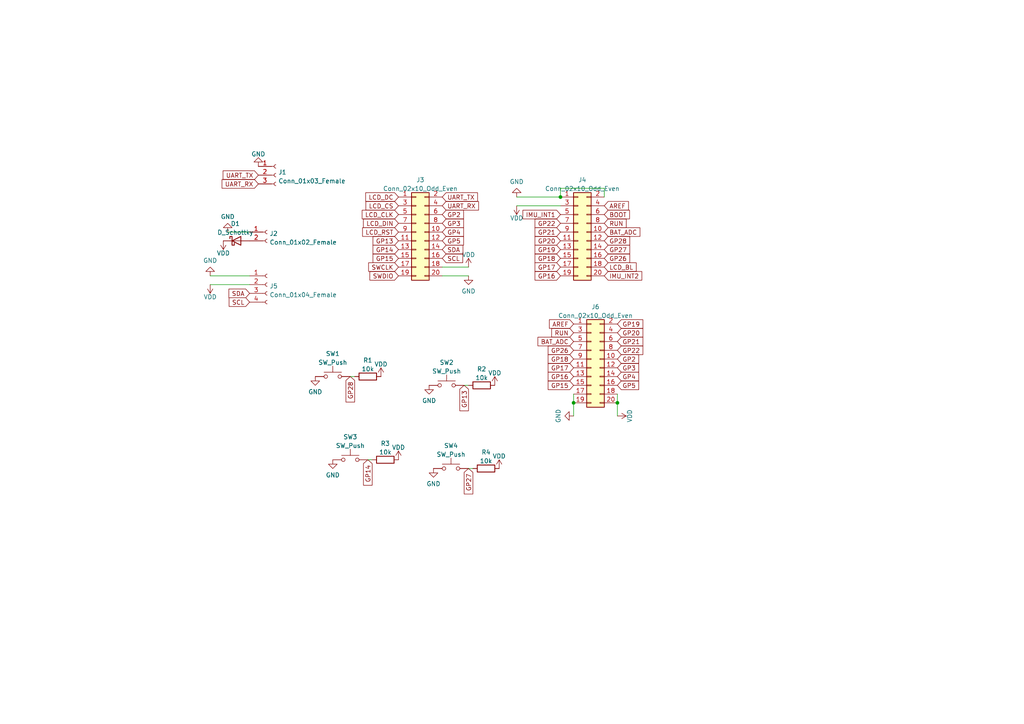
<source format=kicad_sch>
(kicad_sch (version 20211123) (generator eeschema)
  (paper "A4")
  (lib_symbols
    (symbol "Connector:Conn_01x02_Female" (pin_names (offset 1.016) hide)
      (property "Reference" "J" (at 0 2.54 0))
      (property "Value" "Conn_01x02_Female" (at 0 -5.08 0))
      (symbol "Conn_01x02_Female_1_1"
        (arc (start 0 -2.032) (mid -0.508 -2.54) (end 0 -3.048) (stroke (width 0.1524)))
        (polyline (pts (xy -1.27 -2.54) (xy -0.508 -2.54)) (stroke (width 0.1524)))
        (polyline (pts (xy -1.27 0) (xy -0.508 0)) (stroke (width 0.1524)))
        (arc (start 0 0.508) (mid -0.508 0) (end 0 -0.508) (stroke (width 0.1524)))
        (pin passive line (at -5.08 0 0) (length 3.81) (name "Pin_1") (number "1"))
        (pin passive line (at -5.08 -2.54 0) (length 3.81) (name "Pin_2") (number "2"))
      )
    )
    (symbol "Connector:Conn_01x03_Female" (pin_names (offset 1.016) hide)
      (property "Reference" "J" (at 0 5.08 0))
      (property "Value" "Conn_01x03_Female" (at 0 -5.08 0))
      (symbol "Conn_01x03_Female_1_1"
        (arc (start 0 -2.032) (mid -0.508 -2.54) (end 0 -3.048) (stroke (width 0.1524)))
        (polyline (pts (xy -1.27 -2.54) (xy -0.508 -2.54)) (stroke (width 0.1524)))
        (polyline (pts (xy -1.27 0) (xy -0.508 0)) (stroke (width 0.1524)))
        (polyline (pts (xy -1.27 2.54) (xy -0.508 2.54)) (stroke (width 0.1524)))
        (arc (start 0 0.508) (mid -0.508 0) (end 0 -0.508) (stroke (width 0.1524)))
        (arc (start 0 3.048) (mid -0.508 2.54) (end 0 2.032) (stroke (width 0.1524)))
        (pin passive line (at -5.08 2.54 0) (length 3.81) (name "Pin_1") (number "1"))
        (pin passive line (at -5.08 0 0) (length 3.81) (name "Pin_2") (number "2"))
        (pin passive line (at -5.08 -2.54 0) (length 3.81) (name "Pin_3") (number "3"))
      )
    )
    (symbol "Connector:Conn_01x04_Female" (pin_names (offset 1.016) hide)
      (property "Reference" "J" (at 0 5.08 0))
      (property "Value" "Conn_01x04_Female" (at 0 -7.62 0))
      (symbol "Conn_01x04_Female_1_1"
        (arc (start 0 -4.572) (mid -0.508 -5.08) (end 0 -5.588) (stroke (width 0.1524)))
        (arc (start 0 -2.032) (mid -0.508 -2.54) (end 0 -3.048) (stroke (width 0.1524)))
        (polyline (pts (xy -1.27 -5.08) (xy -0.508 -5.08)) (stroke (width 0.1524)))
        (polyline (pts (xy -1.27 -2.54) (xy -0.508 -2.54)) (stroke (width 0.1524)))
        (polyline (pts (xy -1.27 0) (xy -0.508 0)) (stroke (width 0.1524)))
        (polyline (pts (xy -1.27 2.54) (xy -0.508 2.54)) (stroke (width 0.1524)))
        (arc (start 0 0.508) (mid -0.508 0) (end 0 -0.508) (stroke (width 0.1524)))
        (arc (start 0 3.048) (mid -0.508 2.54) (end 0 2.032) (stroke (width 0.1524)))
        (pin passive line (at -5.08 2.54 0) (length 3.81) (name "Pin_1") (number "1"))
        (pin passive line (at -5.08 0 0) (length 3.81) (name "Pin_2") (number "2"))
        (pin passive line (at -5.08 -2.54 0) (length 3.81) (name "Pin_3") (number "3"))
        (pin passive line (at -5.08 -5.08 0) (length 3.81) (name "Pin_4") (number "4"))
      )
    )
    (symbol "Connector_Generic:Conn_02x10_Odd_Even" (pin_names (offset 1.016) hide)
      (property "Reference" "J" (at 1.27 12.7 0))
      (property "Value" "Conn_02x10_Odd_Even" (at 1.27 -15.24 0))
      (symbol "Conn_02x10_Odd_Even_1_1"
        (rectangle (start -1.27 -12.573) (end 0 -12.827) (stroke (width 0.1524)))
        (rectangle (start -1.27 -10.033) (end 0 -10.287) (stroke (width 0.1524)))
        (rectangle (start -1.27 -7.493) (end 0 -7.747) (stroke (width 0.1524)))
        (rectangle (start -1.27 -4.953) (end 0 -5.207) (stroke (width 0.1524)))
        (rectangle (start -1.27 -2.413) (end 0 -2.667) (stroke (width 0.1524)))
        (rectangle (start -1.27 0.127) (end 0 -0.127) (stroke (width 0.1524)))
        (rectangle (start -1.27 2.667) (end 0 2.413) (stroke (width 0.1524)))
        (rectangle (start -1.27 5.207) (end 0 4.953) (stroke (width 0.1524)))
        (rectangle (start -1.27 7.747) (end 0 7.493) (stroke (width 0.1524)))
        (rectangle (start -1.27 10.287) (end 0 10.033) (stroke (width 0.1524)))
        (rectangle (start -1.27 11.43) (end 3.81 -13.97) (stroke (width 0.254)) (fill (type background)))
        (rectangle (start 3.81 -12.573) (end 2.54 -12.827) (stroke (width 0.1524)))
        (rectangle (start 3.81 -10.033) (end 2.54 -10.287) (stroke (width 0.1524)))
        (rectangle (start 3.81 -7.493) (end 2.54 -7.747) (stroke (width 0.1524)))
        (rectangle (start 3.81 -4.953) (end 2.54 -5.207) (stroke (width 0.1524)))
        (rectangle (start 3.81 -2.413) (end 2.54 -2.667) (stroke (width 0.1524)))
        (rectangle (start 3.81 0.127) (end 2.54 -0.127) (stroke (width 0.1524)))
        (rectangle (start 3.81 2.667) (end 2.54 2.413) (stroke (width 0.1524)))
        (rectangle (start 3.81 5.207) (end 2.54 4.953) (stroke (width 0.1524)))
        (rectangle (start 3.81 7.747) (end 2.54 7.493) (stroke (width 0.1524)))
        (rectangle (start 3.81 10.287) (end 2.54 10.033) (stroke (width 0.1524)))
        (pin passive line (at -5.08 10.16 0) (length 3.81) (name "Pin_1") (number "1"))
        (pin passive line (at 7.62 0 180) (length 3.81) (name "Pin_10") (number "10"))
        (pin passive line (at -5.08 -2.54 0) (length 3.81) (name "Pin_11") (number "11"))
        (pin passive line (at 7.62 -2.54 180) (length 3.81) (name "Pin_12") (number "12"))
        (pin passive line (at -5.08 -5.08 0) (length 3.81) (name "Pin_13") (number "13"))
        (pin passive line (at 7.62 -5.08 180) (length 3.81) (name "Pin_14") (number "14"))
        (pin passive line (at -5.08 -7.62 0) (length 3.81) (name "Pin_15") (number "15"))
        (pin passive line (at 7.62 -7.62 180) (length 3.81) (name "Pin_16") (number "16"))
        (pin passive line (at -5.08 -10.16 0) (length 3.81) (name "Pin_17") (number "17"))
        (pin passive line (at 7.62 -10.16 180) (length 3.81) (name "Pin_18") (number "18"))
        (pin passive line (at -5.08 -12.7 0) (length 3.81) (name "Pin_19") (number "19"))
        (pin passive line (at 7.62 10.16 180) (length 3.81) (name "Pin_2") (number "2"))
        (pin passive line (at 7.62 -12.7 180) (length 3.81) (name "Pin_20") (number "20"))
        (pin passive line (at -5.08 7.62 0) (length 3.81) (name "Pin_3") (number "3"))
        (pin passive line (at 7.62 7.62 180) (length 3.81) (name "Pin_4") (number "4"))
        (pin passive line (at -5.08 5.08 0) (length 3.81) (name "Pin_5") (number "5"))
        (pin passive line (at 7.62 5.08 180) (length 3.81) (name "Pin_6") (number "6"))
        (pin passive line (at -5.08 2.54 0) (length 3.81) (name "Pin_7") (number "7"))
        (pin passive line (at 7.62 2.54 180) (length 3.81) (name "Pin_8") (number "8"))
        (pin passive line (at -5.08 0 0) (length 3.81) (name "Pin_9") (number "9"))
      )
    )
    (symbol "Device:D_Schottky" (pin_numbers hide) (pin_names (offset 1.016) hide)
      (property "Reference" "D" (at 0 2.54 0))
      (property "Value" "D_Schottky" (at 0 -2.54 0))
      (symbol "D_Schottky_0_1"
        (polyline (pts (xy 1.27 0) (xy -1.27 0)))
        (polyline (pts (xy 1.27 1.27) (xy 1.27 -1.27) (xy -1.27 0) (xy 1.27 1.27)) (stroke (width 0.254)))
        (polyline (pts (xy -1.905 0.635) (xy -1.905 1.27) (xy -1.27 1.27) (xy -1.27 -1.27) (xy -0.635 -1.27) (xy -0.635 -0.635)) (stroke (width 0.254)))
      )
      (symbol "D_Schottky_1_1"
        (pin passive line (at -3.81 0 0) (length 2.54) (name "K") (number "1"))
        (pin passive line (at 3.81 0 180) (length 2.54) (name "A") (number "2"))
      )
    )
    (symbol "Device:R" (pin_numbers hide) (pin_names (offset 0))
      (property "Reference" "R" (at 2.032 0 90))
      (property "Value" "R" (at 0 0 90))
      (symbol "R_0_1"
        (rectangle (start -1.016 -2.54) (end 1.016 2.54) (stroke (width 0.254)))
      )
      (symbol "R_1_1"
        (pin passive line (at 0 3.81 270) (length 1.27) (name "~") (number "1"))
        (pin passive line (at 0 -3.81 90) (length 1.27) (name "~") (number "2"))
      )
    )
    (symbol "Switch:SW_Push" (pin_numbers hide) (pin_names (offset 1.016) hide)
      (property "Reference" "SW" (at 1.27 2.54 0))
      (property "Value" "SW_Push" (at 0 -1.524 0))
      (symbol "SW_Push_0_1"
        (circle (center -2.032 0) (radius 0.508))
        (polyline (pts (xy 0 1.27) (xy 0 3.048)))
        (polyline (pts (xy 2.54 1.27) (xy -2.54 1.27)))
        (circle (center 2.032 0) (radius 0.508))
        (pin passive line (at -5.08 0 0) (length 2.54) (name "1") (number "1"))
        (pin passive line (at 5.08 0 180) (length 2.54) (name "2") (number "2"))
      )
    )
    (symbol "power:GND" (power) (pin_names (offset 0))
      (property "Value" "GND" (at 0 -3.81 0))
      (symbol "GND_0_1"
        (polyline (pts (xy 0 0) (xy 0 -1.27) (xy 1.27 -1.27) (xy 0 -2.54) (xy -1.27 -1.27) (xy 0 -1.27)))
      )
      (symbol "GND_1_1"
        (pin power_in line (at 0 0 270) (length 0) hide (name "GND") (number "1"))
      )
    )
    (symbol "power:VDD" (power) (pin_names (offset 0))
      (property "Value" "VDD" (at 0 3.81 0))
      (symbol "VDD_0_1"
        (polyline (pts (xy -0.762 1.27) (xy 0 2.54)))
        (polyline (pts (xy 0 0) (xy 0 2.54)))
        (polyline (pts (xy 0 2.54) (xy 0.762 1.27)))
      )
      (symbol "VDD_1_1"
        (pin power_in line (at 0 0 90) (length 0) hide (name "VDD") (number "1"))
      )
    )
  )
  (junction (at 179.07 116.84))
  (junction (at 166.37 116.84))
  (junction (at 162.56 57.15))
  (wire (pts (xy 149.86 57.15) (xy 162.56 57.15)))
  (wire (pts (xy 102.87 109.22) (xy 101.6 109.22)))
  (wire (pts (xy 60.96 82.55) (xy 72.39 82.55)))
  (wire (pts (xy 166.37 116.84) (xy 166.37 120.65)))
  (wire (pts (xy 149.86 59.69) (xy 162.56 59.69)))
  (wire (pts (xy 128.27 80.01) (xy 135.89 80.01)))
  (wire (pts (xy 137.16 135.89) (xy 135.89 135.89)))
  (wire (pts (xy 107.95 133.35) (xy 106.68 133.35)))
  (wire (pts (xy 162.56 54.61) (xy 175.26 54.61)))
  (wire (pts (xy 162.56 57.15) (xy 162.56 54.61)))
  (wire (pts (xy 175.26 54.61) (xy 175.26 57.15)))
  (wire (pts (xy 66.04 67.31) (xy 72.39 67.31)))
  (wire (pts (xy 60.96 80.01) (xy 72.39 80.01)))
  (wire (pts (xy 179.07 116.84) (xy 179.07 120.65)))
  (wire (pts (xy 166.37 114.3) (xy 166.37 116.84)))
  (wire (pts (xy 128.27 77.47) (xy 135.89 77.47)))
  (wire (pts (xy 135.89 111.76) (xy 134.62 111.76)))
  (wire (pts (xy 179.07 114.3) (xy 179.07 116.84)))
  (global_label "GP27" (shape input) (at 135.89 135.89 270) (property "Intersheet References" "${INTERSHEET_REFS}" (effects hide)))
  (global_label "GP26" (shape input) (at 166.37 101.6 180) (property "Intersheet References" "${INTERSHEET_REFS}" (effects hide)))
  (global_label "GP2" (shape input) (at 179.07 104.14 0) (property "Intersheet References" "${INTERSHEET_REFS}" (effects hide)))
  (global_label "GP14" (shape input) (at 106.68 133.35 270) (property "Intersheet References" "${INTERSHEET_REFS}" (effects hide)))
  (global_label "LCD_RST" (shape input) (at 115.57 67.31 180) (property "Intersheet References" "${INTERSHEET_REFS}" (effects hide)))
  (global_label "GP22" (shape input) (at 162.56 64.77 180) (property "Intersheet References" "${INTERSHEET_REFS}" (effects hide)))
  (global_label "GP17" (shape input) (at 166.37 106.68 180) (property "Intersheet References" "${INTERSHEET_REFS}" (effects hide)))
  (global_label "SWDIO" (shape input) (at 115.57 80.01 180) (property "Intersheet References" "${INTERSHEET_REFS}" (effects hide)))
  (global_label "LCD_CS" (shape input) (at 115.57 59.69 180) (property "Intersheet References" "${INTERSHEET_REFS}" (effects hide)))
  (global_label "SDA" (shape input) (at 128.27 72.39 0) (property "Intersheet References" "${INTERSHEET_REFS}" (effects hide)))
  (global_label "RUN" (shape input) (at 175.26 64.77 0) (property "Intersheet References" "${INTERSHEET_REFS}" (effects hide)))
  (global_label "LCD_BL" (shape input) (at 175.26 77.47 0) (property "Intersheet References" "${INTERSHEET_REFS}" (effects hide)))
  (global_label "GP17" (shape input) (at 162.56 77.47 180) (property "Intersheet References" "${INTERSHEET_REFS}" (effects hide)))
  (global_label "GP4" (shape input) (at 128.27 67.31 0) (property "Intersheet References" "${INTERSHEET_REFS}" (effects hide)))
  (global_label "GP16" (shape input) (at 162.56 80.01 180) (property "Intersheet References" "${INTERSHEET_REFS}" (effects hide)))
  (global_label "GP22" (shape input) (at 179.07 101.6 0) (property "Intersheet References" "${INTERSHEET_REFS}" (effects hide)))
  (global_label "GP16" (shape input) (at 166.37 109.22 180) (property "Intersheet References" "${INTERSHEET_REFS}" (effects hide)))
  (global_label "GP4" (shape input) (at 179.07 109.22 0) (property "Intersheet References" "${INTERSHEET_REFS}" (effects hide)))
  (global_label "GP3" (shape input) (at 128.27 64.77 0) (property "Intersheet References" "${INTERSHEET_REFS}" (effects hide)))
  (global_label "GP13" (shape input) (at 134.62 111.76 270) (property "Intersheet References" "${INTERSHEET_REFS}" (effects hide)))
  (global_label "GP5" (shape input) (at 128.27 69.85 0) (property "Intersheet References" "${INTERSHEET_REFS}" (effects hide)))
  (global_label "AREF" (shape input) (at 175.26 59.69 0) (property "Intersheet References" "${INTERSHEET_REFS}" (effects hide)))
  (global_label "BAT_ADC" (shape input) (at 175.26 67.31 0) (property "Intersheet References" "${INTERSHEET_REFS}" (effects hide)))
  (global_label "GP2" (shape input) (at 128.27 62.23 0) (property "Intersheet References" "${INTERSHEET_REFS}" (effects hide)))
  (global_label "GP3" (shape input) (at 179.07 106.68 0) (property "Intersheet References" "${INTERSHEET_REFS}" (effects hide)))
  (global_label "GP26" (shape input) (at 175.26 74.93 0) (property "Intersheet References" "${INTERSHEET_REFS}" (effects hide)))
  (global_label "LCD_DC" (shape input) (at 115.57 57.15 180) (property "Intersheet References" "${INTERSHEET_REFS}" (effects hide)))
  (global_label "GP20" (shape input) (at 179.07 96.52 0) (property "Intersheet References" "${INTERSHEET_REFS}" (effects hide)))
  (global_label "BAT_ADC" (shape input) (at 166.37 99.06 180) (property "Intersheet References" "${INTERSHEET_REFS}" (effects hide)))
  (global_label "GP15" (shape input) (at 166.37 111.76 180) (property "Intersheet References" "${INTERSHEET_REFS}" (effects hide)))
  (global_label "SWCLK" (shape input) (at 115.57 77.47 180) (property "Intersheet References" "${INTERSHEET_REFS}" (effects hide)))
  (global_label "GP13" (shape input) (at 115.57 69.85 180) (property "Intersheet References" "${INTERSHEET_REFS}" (effects hide)))
  (global_label "UART_RX" (shape input) (at 74.93 53.34 180) (property "Intersheet References" "${INTERSHEET_REFS}" (effects hide)))
  (global_label "GP21" (shape input) (at 179.07 99.06 0) (property "Intersheet References" "${INTERSHEET_REFS}" (effects hide)))
  (global_label "GP19" (shape input) (at 162.56 72.39 180) (property "Intersheet References" "${INTERSHEET_REFS}" (effects hide)))
  (global_label "GP28" (shape input) (at 101.6 109.22 270) (property "Intersheet References" "${INTERSHEET_REFS}" (effects hide)))
  (global_label "BOOT" (shape input) (at 175.26 62.23 0) (property "Intersheet References" "${INTERSHEET_REFS}" (effects hide)))
  (global_label "GP14" (shape input) (at 115.57 72.39 180) (property "Intersheet References" "${INTERSHEET_REFS}" (effects hide)))
  (global_label "GP5" (shape input) (at 179.07 111.76 0) (property "Intersheet References" "${INTERSHEET_REFS}" (effects hide)))
  (global_label "GP19" (shape input) (at 179.07 93.98 0) (property "Intersheet References" "${INTERSHEET_REFS}" (effects hide)))
  (global_label "GP21" (shape input) (at 162.56 67.31 180) (property "Intersheet References" "${INTERSHEET_REFS}" (effects hide)))
  (global_label "SCL" (shape input) (at 128.27 74.93 0) (property "Intersheet References" "${INTERSHEET_REFS}" (effects hide)))
  (global_label "GP28" (shape input) (at 175.26 69.85 0) (property "Intersheet References" "${INTERSHEET_REFS}" (effects hide)))
  (global_label "SDA" (shape input) (at 72.39 85.09 180) (property "Intersheet References" "${INTERSHEET_REFS}" (effects hide)))
  (global_label "GP15" (shape input) (at 115.57 74.93 180) (property "Intersheet References" "${INTERSHEET_REFS}" (effects hide)))
  (global_label "UART_RX" (shape input) (at 128.27 59.69 0) (property "Intersheet References" "${INTERSHEET_REFS}" (effects hide)))
  (global_label "GP18" (shape input) (at 162.56 74.93 180) (property "Intersheet References" "${INTERSHEET_REFS}" (effects hide)))
  (global_label "AREF" (shape input) (at 166.37 93.98 180) (property "Intersheet References" "${INTERSHEET_REFS}" (effects hide)))
  (global_label "IMU_INT2" (shape input) (at 175.26 80.01 0) (property "Intersheet References" "${INTERSHEET_REFS}" (effects hide)))
  (global_label "GP18" (shape input) (at 166.37 104.14 180) (property "Intersheet References" "${INTERSHEET_REFS}" (effects hide)))
  (global_label "UART_TX" (shape input) (at 128.27 57.15 0) (property "Intersheet References" "${INTERSHEET_REFS}" (effects hide)))
  (global_label "LCD_DIN" (shape input) (at 115.57 64.77 180) (property "Intersheet References" "${INTERSHEET_REFS}" (effects hide)))
  (global_label "RUN" (shape input) (at 166.37 96.52 180) (property "Intersheet References" "${INTERSHEET_REFS}" (effects hide)))
  (global_label "UART_TX" (shape input) (at 74.93 50.8 180) (property "Intersheet References" "${INTERSHEET_REFS}" (effects hide)))
  (global_label "GP27" (shape input) (at 175.26 72.39 0) (property "Intersheet References" "${INTERSHEET_REFS}" (effects hide)))
  (global_label "LCD_CLK" (shape input) (at 115.57 62.23 180) (property "Intersheet References" "${INTERSHEET_REFS}" (effects hide)))
  (global_label "SCL" (shape input) (at 72.39 87.63 180) (property "Intersheet References" "${INTERSHEET_REFS}" (effects hide)))
  (global_label "IMU_INT1" (shape input) (at 162.56 62.23 180) (property "Intersheet References" "${INTERSHEET_REFS}" (effects hide)))
  (global_label "GP20" (shape input) (at 162.56 69.85 180) (property "Intersheet References" "${INTERSHEET_REFS}" (effects hide)))
  (symbol (lib_id "Connector_Generic:Conn_02x10_Odd_Even") (at 120.65 67.31 0) (unit 1)
    (property "Reference" "J3" (at 121.92 52.1802 0))
    (property "Value" "Conn_02x10_Odd_Even" (at 121.92 54.7171 0))
    (property "Footprint" "Connector_PinHeader_1.27mm:PinHeader_2x10_P1.27mm_Vertical" (effects hide))
  )
  (symbol (lib_id "power:VDD") (at 115.57 133.35 0) (unit 1)
    (property "Reference" "#PWR0114" (effects hide))
    (property "Value" "VDD" (at 115.57 129.7742 0))
  )
  (symbol (lib_id "power:VDD") (at 110.49 109.22 0) (unit 1)
    (property "Reference" "#PWR0112" (effects hide))
    (property "Value" "VDD" (at 110.49 105.6442 0))
  )
  (symbol (lib_id "power:GND") (at 60.96 80.01 180) (unit 1)
    (property "Reference" "#PWR0107" (effects hide))
    (property "Value" "GND" (at 60.96 75.5666 0))
  )
  (symbol (lib_id "power:GND") (at 149.86 57.15 180) (unit 1)
    (property "Reference" "#PWR0108" (effects hide))
    (property "Value" "GND" (at 149.86 52.7066 0))
  )
  (symbol (lib_id "Device:R") (at 140.97 135.89 270) (unit 1)
    (property "Reference" "R4" (at 140.97 131.1742 90))
    (property "Value" "10k" (at 140.97 133.7111 90))
    (property "Footprint" "Resistor_THT:R_Axial_DIN0411_L9.9mm_D3.6mm_P12.70mm_Horizontal" (effects hide))
  )
  (symbol (lib_id "Switch:SW_Push") (at 96.52 109.22 0) (unit 1)
    (property "Reference" "SW1" (at 96.52 102.5992 0))
    (property "Value" "SW_Push" (at 96.52 105.1361 0))
    (property "Footprint" "Button_Switch_THT:SW_PUSH_6mm" (effects hide))
  )
  (symbol (lib_id "Connector:Conn_01x03_Female") (at 80.01 50.8 0) (unit 1)
    (property "Reference" "J1" (at 80.7212 49.9653 0) (effects (justify left)))
    (property "Value" "Conn_01x03_Female" (at 80.7212 52.5022 0) (effects (justify left)))
    (property "Footprint" "Connector_PinHeader_2.54mm:PinHeader_1x03_P2.54mm_Vertical" (effects hide))
  )
  (symbol (lib_id "power:VDD") (at 135.89 77.47 0) (unit 1)
    (property "Reference" "#PWR0101" (effects hide))
    (property "Value" "VDD" (at 135.89 73.8942 0))
  )
  (symbol (lib_id "Connector:Conn_01x02_Female") (at 77.47 67.31 0) (unit 1)
    (property "Reference" "J2" (at 78.1812 67.7453 0) (effects (justify left)))
    (property "Value" "Conn_01x02_Female" (at 78.1812 70.2822 0) (effects (justify left)))
    (property "Footprint" "Connector_PinHeader_2.54mm:PinHeader_1x02_P2.54mm_Vertical" (effects hide))
  )
  (symbol (lib_id "Device:R") (at 111.76 133.35 270) (unit 1)
    (property "Reference" "R3" (at 111.76 128.6342 90))
    (property "Value" "10k" (at 111.76 131.1711 90))
    (property "Footprint" "Resistor_THT:R_Axial_DIN0411_L9.9mm_D3.6mm_P12.70mm_Horizontal" (effects hide))
  )
  (symbol (lib_id "power:GND") (at 91.44 109.22 0) (unit 1)
    (property "Reference" "#PWR0110" (effects hide))
    (property "Value" "GND" (at 91.44 113.6634 0))
  )
  (symbol (lib_id "Device:D_Schottky") (at 68.58 69.85 0) (unit 1)
    (property "Reference" "D1" (at 68.2625 64.8802 0))
    (property "Value" "D_Schottky" (at 68.2625 67.4171 0))
    (property "Footprint" "Diode_THT:D_DO-15_P10.16mm_Horizontal" (effects hide))
  )
  (symbol (lib_id "Connector_Generic:Conn_02x10_Odd_Even") (at 167.64 67.31 0) (unit 1)
    (property "Reference" "J4" (at 168.91 52.1802 0))
    (property "Value" "Conn_02x10_Odd_Even" (at 168.91 54.7171 0))
    (property "Footprint" "Connector_PinHeader_1.27mm:PinHeader_2x10_P1.27mm_Vertical" (effects hide))
  )
  (symbol (lib_id "Connector_Generic:Conn_02x10_Odd_Even") (at 171.45 104.14 0) (unit 1)
    (property "Reference" "J6" (at 172.72 89.0102 0))
    (property "Value" "Conn_02x10_Odd_Even" (at 172.72 91.5471 0))
    (property "Footprint" "Connector_PinHeader_2.54mm:PinHeader_2x10_P2.54mm_Vertical" (effects hide))
  )
  (symbol (lib_id "Device:R") (at 139.7 111.76 270) (unit 1)
    (property "Reference" "R2" (at 139.7 107.0442 90))
    (property "Value" "10k" (at 139.7 109.5811 90))
    (property "Footprint" "Resistor_THT:R_Axial_DIN0411_L9.9mm_D3.6mm_P12.70mm_Horizontal" (effects hide))
  )
  (symbol (lib_id "power:GND") (at 96.52 133.35 0) (unit 1)
    (property "Reference" "#PWR0115" (effects hide))
    (property "Value" "GND" (at 96.52 137.7934 0))
  )
  (symbol (lib_id "power:GND") (at 135.89 80.01 0) (unit 1)
    (property "Reference" "#PWR0102" (effects hide))
    (property "Value" "GND" (at 135.89 84.4534 0))
  )
  (symbol (lib_id "Switch:SW_Push") (at 101.6 133.35 0) (unit 1)
    (property "Reference" "SW3" (at 101.6 126.7292 0))
    (property "Value" "SW_Push" (at 101.6 129.2661 0))
    (property "Footprint" "Button_Switch_THT:SW_PUSH_6mm" (effects hide))
  )
  (symbol (lib_id "power:VDD") (at 143.51 111.76 0) (unit 1)
    (property "Reference" "#PWR0111" (effects hide))
    (property "Value" "VDD" (at 143.51 108.1842 0))
  )
  (symbol (lib_id "power:GND") (at 74.93 48.26 180) (unit 1)
    (property "Reference" "#PWR0103" (effects hide))
    (property "Value" "GND" (at 74.93 44.6842 0))
  )
  (symbol (lib_id "power:GND") (at 124.46 111.76 0) (unit 1)
    (property "Reference" "#PWR0113" (effects hide))
    (property "Value" "GND" (at 124.46 116.2034 0))
  )
  (symbol (lib_id "power:VDD") (at 149.86 59.69 180) (unit 1)
    (property "Reference" "#PWR0109" (effects hide))
    (property "Value" "VDD" (at 149.86 63.2658 0))
  )
  (symbol (lib_id "Switch:SW_Push") (at 130.81 135.89 0) (unit 1)
    (property "Reference" "SW4" (at 130.81 129.2692 0))
    (property "Value" "SW_Push" (at 130.81 131.8061 0))
    (property "Footprint" "Button_Switch_THT:SW_PUSH_6mm" (effects hide))
  )
  (symbol (lib_id "Switch:SW_Push") (at 129.54 111.76 0) (unit 1)
    (property "Reference" "SW2" (at 129.54 105.1392 0))
    (property "Value" "SW_Push" (at 129.54 107.6761 0))
    (property "Footprint" "Button_Switch_THT:SW_PUSH_6mm" (effects hide))
  )
  (symbol (lib_id "power:GND") (at 166.37 120.65 270) (unit 1)
    (property "Reference" "#PWR0118" (effects hide))
    (property "Value" "GND" (at 161.9266 120.65 0))
  )
  (symbol (lib_id "power:VDD") (at 64.77 69.85 180) (unit 1)
    (property "Reference" "#PWR0105" (effects hide))
    (property "Value" "VDD" (at 64.77 73.4258 0))
  )
  (symbol (lib_id "power:VDD") (at 60.96 82.55 180) (unit 1)
    (property "Reference" "#PWR0106" (effects hide))
    (property "Value" "VDD" (at 60.96 86.1258 0))
  )
  (symbol (lib_id "power:GND") (at 66.04 67.31 180) (unit 1)
    (property "Reference" "#PWR0104" (effects hide))
    (property "Value" "GND" (at 66.04 62.8666 0))
  )
  (symbol (lib_id "power:VDD") (at 144.78 135.89 0) (unit 1)
    (property "Reference" "#PWR0117" (effects hide))
    (property "Value" "VDD" (at 144.78 132.3142 0))
  )
  (symbol (lib_id "Device:R") (at 106.68 109.22 270) (unit 1)
    (property "Reference" "R1" (at 106.68 104.5042 90))
    (property "Value" "10k" (at 106.68 107.0411 90))
    (property "Footprint" "Resistor_THT:R_Axial_DIN0411_L9.9mm_D3.6mm_P12.70mm_Horizontal" (effects hide))
  )
  (symbol (lib_id "power:GND") (at 125.73 135.89 0) (unit 1)
    (property "Reference" "#PWR0116" (effects hide))
    (property "Value" "GND" (at 125.73 140.3334 0))
  )
  (symbol (lib_id "Connector:Conn_01x04_Female") (at 77.47 82.55 0) (unit 1)
    (property "Reference" "J5" (at 78.1812 82.9853 0) (effects (justify left)))
    (property "Value" "Conn_01x04_Female" (at 78.1812 85.5222 0) (effects (justify left)))
    (property "Footprint" "Connector_PinHeader_2.54mm:PinHeader_1x04_P2.54mm_Vertical" (effects hide))
  )
  (symbol (lib_id "power:VDD") (at 179.07 120.65 270) (unit 1)
    (property "Reference" "#PWR0119" (effects hide))
    (property "Value" "VDD" (at 182.6458 120.65 0))
  )
)
</source>
